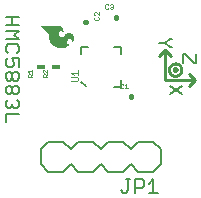
<source format=gbr>
G04 EAGLE Gerber RS-274X export*
G75*
%MOMM*%
%FSLAX34Y34*%
%LPD*%
%INSilkscreen Top*%
%IPPOS*%
%AMOC8*
5,1,8,0,0,1.08239X$1,22.5*%
G01*
%ADD10C,0.254000*%
%ADD11C,0.203200*%
%ADD12C,0.050800*%
%ADD13C,0.406400*%
%ADD14C,0.025400*%
%ADD15R,0.711200X0.406400*%
%ADD16C,0.127000*%

G36*
X56544Y104471D02*
X56544Y104471D01*
X56553Y104475D01*
X56565Y104473D01*
X57604Y104680D01*
X57612Y104685D01*
X57623Y104685D01*
X58620Y105043D01*
X58627Y105049D01*
X58638Y105050D01*
X59572Y105552D01*
X59579Y105561D01*
X59591Y105564D01*
X60728Y106471D01*
X60734Y106482D01*
X60747Y106489D01*
X61668Y107615D01*
X61680Y107658D01*
X61696Y107699D01*
X61694Y107704D01*
X61695Y107710D01*
X61674Y107748D01*
X61655Y107788D01*
X61649Y107791D01*
X61647Y107795D01*
X61618Y107803D01*
X61570Y107821D01*
X60690Y107821D01*
X60570Y107837D01*
X60467Y107881D01*
X60127Y108155D01*
X59879Y108516D01*
X59814Y108690D01*
X59756Y109229D01*
X59854Y109758D01*
X60103Y110246D01*
X60754Y111148D01*
X61108Y111560D01*
X61518Y111911D01*
X61976Y112194D01*
X62470Y112400D01*
X62770Y112459D01*
X63073Y112447D01*
X63592Y112290D01*
X64052Y112004D01*
X64422Y111609D01*
X64677Y111128D01*
X64816Y110638D01*
X64873Y110127D01*
X64873Y109524D01*
X64873Y109523D01*
X64882Y109502D01*
X64911Y109433D01*
X65003Y109398D01*
X65013Y109402D01*
X65088Y109436D01*
X65091Y109438D01*
X65092Y109439D01*
X65093Y109440D01*
X65113Y109461D01*
X65116Y109468D01*
X65124Y109472D01*
X65462Y109907D01*
X65466Y109922D01*
X65478Y109934D01*
X65699Y110438D01*
X65699Y110439D01*
X65851Y110795D01*
X65952Y111023D01*
X65953Y111034D01*
X65959Y111043D01*
X66179Y111921D01*
X66178Y111930D01*
X66182Y111940D01*
X66268Y112840D01*
X66264Y112850D01*
X66268Y112862D01*
X66202Y113730D01*
X66196Y113741D01*
X66197Y113754D01*
X65966Y114594D01*
X65958Y114604D01*
X65957Y114617D01*
X65569Y115397D01*
X65561Y115404D01*
X65558Y115415D01*
X64998Y116192D01*
X64991Y116196D01*
X64987Y116205D01*
X64329Y116901D01*
X64318Y116906D01*
X64310Y116917D01*
X63707Y117348D01*
X63692Y117351D01*
X63679Y117363D01*
X62987Y117630D01*
X62971Y117630D01*
X62956Y117638D01*
X62219Y117725D01*
X62204Y117720D01*
X62187Y117724D01*
X61452Y117625D01*
X61439Y117617D01*
X61422Y117617D01*
X60734Y117337D01*
X60725Y117328D01*
X60711Y117325D01*
X58953Y116138D01*
X58948Y116130D01*
X58937Y116126D01*
X57396Y114673D01*
X56961Y114303D01*
X56458Y114063D01*
X55910Y113961D01*
X55354Y114004D01*
X54829Y114190D01*
X54369Y114505D01*
X54004Y114930D01*
X53711Y115473D01*
X53513Y116059D01*
X53416Y116669D01*
X53451Y117380D01*
X53658Y118058D01*
X54023Y118664D01*
X54351Y118977D01*
X54755Y119183D01*
X55171Y119276D01*
X55599Y119276D01*
X56014Y119183D01*
X56152Y119111D01*
X56266Y118993D01*
X56865Y118169D01*
X56936Y118036D01*
X56964Y117898D01*
X56948Y117740D01*
X56962Y117697D01*
X56973Y117652D01*
X56977Y117650D01*
X56978Y117646D01*
X57019Y117626D01*
X57058Y117603D01*
X57062Y117604D01*
X57066Y117602D01*
X57109Y117617D01*
X57153Y117630D01*
X57155Y117633D01*
X57159Y117635D01*
X57178Y117672D01*
X57199Y117708D01*
X57275Y118191D01*
X57274Y118196D01*
X57276Y118201D01*
X57349Y119141D01*
X57346Y119150D01*
X57349Y119161D01*
X57276Y120101D01*
X57271Y120111D01*
X57272Y120123D01*
X57088Y120822D01*
X57080Y120832D01*
X57079Y120846D01*
X56758Y121494D01*
X56749Y121502D01*
X56745Y121516D01*
X56300Y122086D01*
X56289Y122092D01*
X56283Y122104D01*
X55733Y122574D01*
X55721Y122578D01*
X55712Y122589D01*
X54980Y122990D01*
X54967Y122991D01*
X54956Y123000D01*
X54157Y123240D01*
X54144Y123239D01*
X54131Y123245D01*
X53300Y123315D01*
X53294Y123313D01*
X53289Y123315D01*
X38125Y123315D01*
X38120Y123313D01*
X38116Y123315D01*
X38076Y123294D01*
X38034Y123277D01*
X38033Y123272D01*
X38028Y123270D01*
X38015Y123227D01*
X37999Y123185D01*
X38001Y123180D01*
X37999Y123176D01*
X38035Y123106D01*
X38040Y123096D01*
X38041Y123095D01*
X43523Y118223D01*
X44305Y117369D01*
X44894Y116379D01*
X45021Y116028D01*
X45086Y115660D01*
X45086Y113385D01*
X45088Y113380D01*
X45086Y113374D01*
X45210Y112010D01*
X45216Y112000D01*
X45214Y111988D01*
X45582Y110669D01*
X45590Y110661D01*
X45591Y110648D01*
X46191Y109418D01*
X46198Y109411D01*
X46201Y109400D01*
X47018Y108243D01*
X47026Y108238D01*
X47029Y108229D01*
X48001Y107198D01*
X48009Y107194D01*
X48014Y107186D01*
X49121Y106301D01*
X49131Y106299D01*
X49138Y106290D01*
X50819Y105343D01*
X50830Y105342D01*
X50840Y105334D01*
X52664Y104706D01*
X52675Y104707D01*
X52686Y104700D01*
X54593Y104412D01*
X54604Y104415D01*
X54616Y104411D01*
X56544Y104471D01*
G37*
D10*
X143002Y77470D02*
X168402Y77470D01*
X163322Y72390D01*
X168402Y77470D02*
X163322Y82550D01*
X143002Y77470D02*
X143002Y102870D01*
X137922Y97790D01*
X143002Y102870D02*
X148082Y97790D01*
X146656Y86360D02*
X146658Y86504D01*
X146664Y86648D01*
X146674Y86792D01*
X146688Y86936D01*
X146706Y87079D01*
X146727Y87222D01*
X146753Y87364D01*
X146783Y87505D01*
X146816Y87645D01*
X146854Y87785D01*
X146895Y87923D01*
X146940Y88060D01*
X146988Y88196D01*
X147041Y88330D01*
X147097Y88463D01*
X147157Y88595D01*
X147220Y88724D01*
X147287Y88852D01*
X147357Y88978D01*
X147431Y89102D01*
X147509Y89224D01*
X147589Y89344D01*
X147673Y89461D01*
X147760Y89576D01*
X147850Y89689D01*
X147943Y89799D01*
X148040Y89906D01*
X148139Y90011D01*
X148241Y90113D01*
X148346Y90212D01*
X148453Y90309D01*
X148563Y90402D01*
X148676Y90492D01*
X148791Y90579D01*
X148908Y90663D01*
X149028Y90743D01*
X149150Y90821D01*
X149274Y90895D01*
X149400Y90965D01*
X149528Y91032D01*
X149657Y91095D01*
X149789Y91155D01*
X149922Y91211D01*
X150056Y91264D01*
X150192Y91312D01*
X150329Y91357D01*
X150467Y91398D01*
X150607Y91436D01*
X150747Y91469D01*
X150888Y91499D01*
X151030Y91525D01*
X151173Y91546D01*
X151316Y91564D01*
X151460Y91578D01*
X151604Y91588D01*
X151748Y91594D01*
X151892Y91596D01*
X152036Y91594D01*
X152180Y91588D01*
X152324Y91578D01*
X152468Y91564D01*
X152611Y91546D01*
X152754Y91525D01*
X152896Y91499D01*
X153037Y91469D01*
X153177Y91436D01*
X153317Y91398D01*
X153455Y91357D01*
X153592Y91312D01*
X153728Y91264D01*
X153862Y91211D01*
X153995Y91155D01*
X154127Y91095D01*
X154256Y91032D01*
X154384Y90965D01*
X154510Y90895D01*
X154634Y90821D01*
X154756Y90743D01*
X154876Y90663D01*
X154993Y90579D01*
X155108Y90492D01*
X155221Y90402D01*
X155331Y90309D01*
X155438Y90212D01*
X155543Y90113D01*
X155645Y90011D01*
X155744Y89906D01*
X155841Y89799D01*
X155934Y89689D01*
X156024Y89576D01*
X156111Y89461D01*
X156195Y89344D01*
X156275Y89224D01*
X156353Y89102D01*
X156427Y88978D01*
X156497Y88852D01*
X156564Y88724D01*
X156627Y88595D01*
X156687Y88463D01*
X156743Y88330D01*
X156796Y88196D01*
X156844Y88060D01*
X156889Y87923D01*
X156930Y87785D01*
X156968Y87645D01*
X157001Y87505D01*
X157031Y87364D01*
X157057Y87222D01*
X157078Y87079D01*
X157096Y86936D01*
X157110Y86792D01*
X157120Y86648D01*
X157126Y86504D01*
X157128Y86360D01*
X157126Y86216D01*
X157120Y86072D01*
X157110Y85928D01*
X157096Y85784D01*
X157078Y85641D01*
X157057Y85498D01*
X157031Y85356D01*
X157001Y85215D01*
X156968Y85075D01*
X156930Y84935D01*
X156889Y84797D01*
X156844Y84660D01*
X156796Y84524D01*
X156743Y84390D01*
X156687Y84257D01*
X156627Y84125D01*
X156564Y83996D01*
X156497Y83868D01*
X156427Y83742D01*
X156353Y83618D01*
X156275Y83496D01*
X156195Y83376D01*
X156111Y83259D01*
X156024Y83144D01*
X155934Y83031D01*
X155841Y82921D01*
X155744Y82814D01*
X155645Y82709D01*
X155543Y82607D01*
X155438Y82508D01*
X155331Y82411D01*
X155221Y82318D01*
X155108Y82228D01*
X154993Y82141D01*
X154876Y82057D01*
X154756Y81977D01*
X154634Y81899D01*
X154510Y81825D01*
X154384Y81755D01*
X154256Y81688D01*
X154127Y81625D01*
X153995Y81565D01*
X153862Y81509D01*
X153728Y81456D01*
X153592Y81408D01*
X153455Y81363D01*
X153317Y81322D01*
X153177Y81284D01*
X153037Y81251D01*
X152896Y81221D01*
X152754Y81195D01*
X152611Y81174D01*
X152468Y81156D01*
X152324Y81142D01*
X152180Y81132D01*
X152036Y81126D01*
X151892Y81124D01*
X151748Y81126D01*
X151604Y81132D01*
X151460Y81142D01*
X151316Y81156D01*
X151173Y81174D01*
X151030Y81195D01*
X150888Y81221D01*
X150747Y81251D01*
X150607Y81284D01*
X150467Y81322D01*
X150329Y81363D01*
X150192Y81408D01*
X150056Y81456D01*
X149922Y81509D01*
X149789Y81565D01*
X149657Y81625D01*
X149528Y81688D01*
X149400Y81755D01*
X149274Y81825D01*
X149150Y81899D01*
X149028Y81977D01*
X148908Y82057D01*
X148791Y82141D01*
X148676Y82228D01*
X148563Y82318D01*
X148453Y82411D01*
X148346Y82508D01*
X148241Y82607D01*
X148139Y82709D01*
X148040Y82814D01*
X147943Y82921D01*
X147850Y83031D01*
X147760Y83144D01*
X147673Y83259D01*
X147589Y83376D01*
X147509Y83496D01*
X147431Y83618D01*
X147357Y83742D01*
X147287Y83868D01*
X147220Y83996D01*
X147157Y84125D01*
X147097Y84257D01*
X147041Y84390D01*
X146988Y84524D01*
X146940Y84660D01*
X146895Y84797D01*
X146854Y84935D01*
X146816Y85075D01*
X146783Y85215D01*
X146753Y85356D01*
X146727Y85498D01*
X146706Y85641D01*
X146688Y85784D01*
X146674Y85928D01*
X146664Y86072D01*
X146658Y86216D01*
X146656Y86360D01*
X150622Y86360D02*
X150624Y86431D01*
X150630Y86502D01*
X150640Y86573D01*
X150654Y86643D01*
X150672Y86712D01*
X150693Y86779D01*
X150719Y86846D01*
X150748Y86911D01*
X150780Y86974D01*
X150817Y87036D01*
X150856Y87095D01*
X150899Y87152D01*
X150945Y87206D01*
X150994Y87258D01*
X151046Y87307D01*
X151100Y87353D01*
X151157Y87396D01*
X151216Y87435D01*
X151278Y87472D01*
X151341Y87504D01*
X151406Y87533D01*
X151473Y87559D01*
X151540Y87580D01*
X151609Y87598D01*
X151679Y87612D01*
X151750Y87622D01*
X151821Y87628D01*
X151892Y87630D01*
X151963Y87628D01*
X152034Y87622D01*
X152105Y87612D01*
X152175Y87598D01*
X152244Y87580D01*
X152311Y87559D01*
X152378Y87533D01*
X152443Y87504D01*
X152506Y87472D01*
X152568Y87435D01*
X152627Y87396D01*
X152684Y87353D01*
X152738Y87307D01*
X152790Y87258D01*
X152839Y87206D01*
X152885Y87152D01*
X152928Y87095D01*
X152967Y87036D01*
X153004Y86974D01*
X153036Y86911D01*
X153065Y86846D01*
X153091Y86779D01*
X153112Y86712D01*
X153130Y86643D01*
X153144Y86573D01*
X153154Y86502D01*
X153160Y86431D01*
X153162Y86360D01*
X153160Y86289D01*
X153154Y86218D01*
X153144Y86147D01*
X153130Y86077D01*
X153112Y86008D01*
X153091Y85941D01*
X153065Y85874D01*
X153036Y85809D01*
X153004Y85746D01*
X152967Y85684D01*
X152928Y85625D01*
X152885Y85568D01*
X152839Y85514D01*
X152790Y85462D01*
X152738Y85413D01*
X152684Y85367D01*
X152627Y85324D01*
X152568Y85285D01*
X152506Y85248D01*
X152443Y85216D01*
X152378Y85187D01*
X152311Y85161D01*
X152244Y85140D01*
X152175Y85122D01*
X152105Y85108D01*
X152034Y85098D01*
X151963Y85092D01*
X151892Y85090D01*
X151821Y85092D01*
X151750Y85098D01*
X151679Y85108D01*
X151609Y85122D01*
X151540Y85140D01*
X151473Y85161D01*
X151406Y85187D01*
X151341Y85216D01*
X151278Y85248D01*
X151216Y85285D01*
X151157Y85324D01*
X151100Y85367D01*
X151046Y85413D01*
X150994Y85462D01*
X150945Y85514D01*
X150899Y85568D01*
X150856Y85625D01*
X150817Y85684D01*
X150780Y85746D01*
X150748Y85809D01*
X150719Y85874D01*
X150693Y85941D01*
X150672Y86008D01*
X150654Y86077D01*
X150640Y86147D01*
X150630Y86218D01*
X150624Y86289D01*
X150622Y86360D01*
D11*
X19313Y131064D02*
X8636Y131064D01*
X13975Y131064D02*
X13975Y123946D01*
X19313Y123946D02*
X8636Y123946D01*
X8636Y119370D02*
X19313Y119370D01*
X15754Y115811D01*
X19313Y112252D01*
X8636Y112252D01*
X19313Y102338D02*
X17534Y100558D01*
X19313Y102338D02*
X19313Y105897D01*
X17534Y107676D01*
X10416Y107676D01*
X8636Y105897D01*
X8636Y102338D01*
X10416Y100558D01*
X19313Y95982D02*
X19313Y88864D01*
X19313Y95982D02*
X13975Y95982D01*
X15754Y92423D01*
X15754Y90644D01*
X13975Y88864D01*
X10416Y88864D01*
X8636Y90644D01*
X8636Y94203D01*
X10416Y95982D01*
X17534Y84288D02*
X19313Y82509D01*
X19313Y78950D01*
X17534Y77170D01*
X15754Y77170D01*
X13975Y78950D01*
X12195Y77170D01*
X10416Y77170D01*
X8636Y78950D01*
X8636Y82509D01*
X10416Y84288D01*
X12195Y84288D01*
X13975Y82509D01*
X15754Y84288D01*
X17534Y84288D01*
X13975Y82509D02*
X13975Y78950D01*
X17534Y72594D02*
X19313Y70815D01*
X19313Y67256D01*
X17534Y65476D01*
X15754Y65476D01*
X13975Y67256D01*
X12195Y65476D01*
X10416Y65476D01*
X8636Y67256D01*
X8636Y70815D01*
X10416Y72594D01*
X12195Y72594D01*
X13975Y70815D01*
X15754Y72594D01*
X17534Y72594D01*
X13975Y70815D02*
X13975Y67256D01*
X17534Y60900D02*
X19313Y59121D01*
X19313Y55562D01*
X17534Y53782D01*
X15754Y53782D01*
X13975Y55562D01*
X13975Y57341D01*
X13975Y55562D02*
X12195Y53782D01*
X10416Y53782D01*
X8636Y55562D01*
X8636Y59121D01*
X10416Y60900D01*
X8636Y49206D02*
X19313Y49206D01*
X8636Y49206D02*
X8636Y42088D01*
X147066Y72904D02*
X157743Y65786D01*
X157743Y72904D02*
X147066Y65786D01*
X147074Y105156D02*
X148853Y105156D01*
X147074Y105156D02*
X143515Y108715D01*
X147074Y112274D01*
X148853Y112274D01*
X143515Y108715D02*
X138176Y108715D01*
X158487Y99310D02*
X158487Y92192D01*
X158487Y99310D02*
X160266Y99310D01*
X167385Y92192D01*
X169164Y92192D01*
X169164Y99310D01*
X105900Y71900D02*
X99900Y71900D01*
X105900Y71900D02*
X105900Y77900D01*
X105900Y99900D02*
X105900Y105900D01*
X99900Y105900D01*
X77900Y105900D02*
X71900Y105900D01*
X71900Y99900D01*
X72550Y76100D02*
X76300Y72550D01*
D12*
X68664Y76454D02*
X64003Y76454D01*
X68664Y76454D02*
X69596Y77386D01*
X69596Y79250D01*
X68664Y80183D01*
X64003Y80183D01*
X65868Y82067D02*
X64003Y83931D01*
X69596Y83931D01*
X69596Y82067D02*
X69596Y85796D01*
D13*
X114300Y63805D02*
X114300Y63195D01*
D14*
X108079Y73790D02*
X107444Y74425D01*
X106173Y74425D01*
X105537Y73790D01*
X105537Y71248D01*
X106173Y70612D01*
X107444Y70612D01*
X108079Y71248D01*
X109279Y73154D02*
X110550Y74425D01*
X110550Y70612D01*
X109279Y70612D02*
X111821Y70612D01*
D13*
X76505Y127000D02*
X75895Y127000D01*
D14*
X83309Y130439D02*
X83944Y131075D01*
X83309Y130439D02*
X83309Y129168D01*
X83944Y128533D01*
X86486Y128533D01*
X87122Y129168D01*
X87122Y130439D01*
X86486Y131075D01*
X87122Y132275D02*
X87122Y134817D01*
X87122Y132275D02*
X84580Y134817D01*
X83944Y134817D01*
X83309Y134182D01*
X83309Y132910D01*
X83944Y132275D01*
D13*
X101600Y131115D02*
X101600Y130505D01*
D14*
X95379Y141100D02*
X94744Y141735D01*
X93473Y141735D01*
X92837Y141100D01*
X92837Y138558D01*
X93473Y137922D01*
X94744Y137922D01*
X95379Y138558D01*
X96579Y141100D02*
X97215Y141735D01*
X98486Y141735D01*
X99121Y141100D01*
X99121Y140464D01*
X98486Y139829D01*
X97850Y139829D01*
X98486Y139829D02*
X99121Y139193D01*
X99121Y138558D01*
X98486Y137922D01*
X97215Y137922D01*
X96579Y138558D01*
D15*
X38100Y88900D03*
D14*
X30988Y80137D02*
X27175Y80137D01*
X27175Y82044D01*
X27810Y82679D01*
X29081Y82679D01*
X29717Y82044D01*
X29717Y80137D01*
X29717Y81408D02*
X30988Y82679D01*
X28446Y83879D02*
X27175Y85150D01*
X30988Y85150D01*
X30988Y83879D02*
X30988Y86421D01*
D15*
X50800Y88900D03*
D14*
X43688Y80137D02*
X39875Y80137D01*
X39875Y82044D01*
X40510Y82679D01*
X41781Y82679D01*
X42417Y82044D01*
X42417Y80137D01*
X42417Y81408D02*
X43688Y82679D01*
X43688Y83879D02*
X43688Y86421D01*
X43688Y83879D02*
X41146Y86421D01*
X40510Y86421D01*
X39875Y85786D01*
X39875Y84515D01*
X40510Y83879D01*
D11*
X44450Y0D02*
X57150Y0D01*
X44450Y0D02*
X38100Y6350D01*
X38100Y19050D02*
X44450Y25400D01*
X82550Y0D02*
X88900Y6350D01*
X82550Y0D02*
X69850Y0D01*
X63500Y6350D01*
X63500Y19050D02*
X69850Y25400D01*
X82550Y25400D01*
X88900Y19050D01*
X63500Y6350D02*
X57150Y0D01*
X63500Y19050D02*
X57150Y25400D01*
X44450Y25400D01*
X120650Y0D02*
X133350Y0D01*
X120650Y0D02*
X114300Y6350D01*
X114300Y19050D02*
X120650Y25400D01*
X114300Y6350D02*
X107950Y0D01*
X95250Y0D01*
X88900Y6350D01*
X88900Y19050D02*
X95250Y25400D01*
X107950Y25400D01*
X114300Y19050D01*
X139700Y19050D02*
X139700Y6350D01*
X133350Y0D01*
X139700Y19050D02*
X133350Y25400D01*
X120650Y25400D01*
X38100Y19050D02*
X38100Y6350D01*
D16*
X106015Y-15746D02*
X107922Y-17653D01*
X109828Y-17653D01*
X111735Y-15746D01*
X111735Y-6213D01*
X109828Y-6213D02*
X113642Y-6213D01*
X117709Y-6213D02*
X117709Y-17653D01*
X117709Y-6213D02*
X123429Y-6213D01*
X125336Y-8120D01*
X125336Y-11933D01*
X123429Y-13840D01*
X117709Y-13840D01*
X129403Y-10027D02*
X133216Y-6213D01*
X133216Y-17653D01*
X129403Y-17653D02*
X137029Y-17653D01*
M02*

</source>
